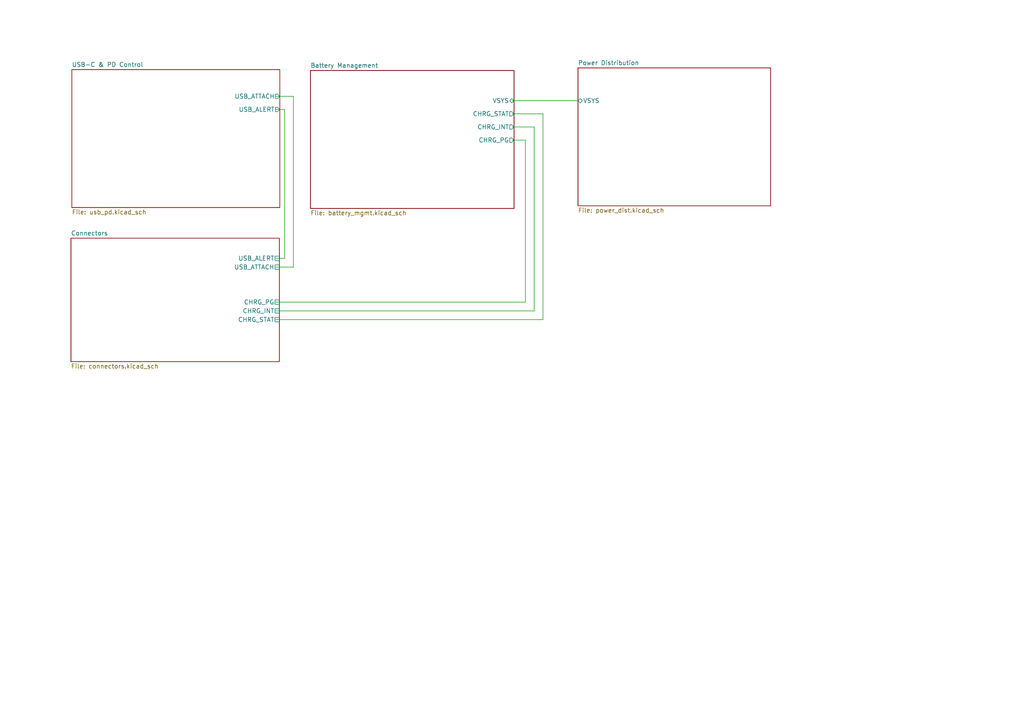
<source format=kicad_sch>
(kicad_sch
	(version 20231120)
	(generator "eeschema")
	(generator_version "8.0")
	(uuid "3777f582-7bb9-4901-9083-a30e0a55f963")
	(paper "A4")
	(title_block
		(title "MotionPlay Power Management")
		(date "2024-12-30")
		(rev "1.0")
		(company "Marc O'Cleirigh")
	)
	(lib_symbols)
	(wire
		(pts
			(xy 80.01 74.93) (xy 82.55 74.93)
		)
		(stroke
			(width 0)
			(type default)
		)
		(uuid "09f29263-59bb-40b6-a55d-77308e806c43")
	)
	(wire
		(pts
			(xy 85.09 27.94) (xy 85.09 77.47)
		)
		(stroke
			(width 0)
			(type default)
		)
		(uuid "4e74fb90-eac2-4e62-ba74-6d4e770ddda6")
	)
	(wire
		(pts
			(xy 80.01 77.47) (xy 85.09 77.47)
		)
		(stroke
			(width 0)
			(type default)
		)
		(uuid "4f62a0fc-ec6a-41a3-beb2-2bf764378223")
	)
	(wire
		(pts
			(xy 80.01 92.71) (xy 157.48 92.71)
		)
		(stroke
			(width 0)
			(type default)
		)
		(uuid "58db02de-f9de-45ef-be3f-2e369f3b0571")
	)
	(wire
		(pts
			(xy 148.59 33.02) (xy 157.48 33.02)
		)
		(stroke
			(width 0)
			(type default)
		)
		(uuid "6b5d9996-f9f6-4605-9624-9c0a4d0e6039")
	)
	(wire
		(pts
			(xy 148.59 40.64) (xy 152.4 40.64)
		)
		(stroke
			(width 0)
			(type default)
		)
		(uuid "70cb0521-35a6-4c5c-8f08-cfb369ec84fb")
	)
	(wire
		(pts
			(xy 82.55 31.75) (xy 82.55 74.93)
		)
		(stroke
			(width 0)
			(type default)
		)
		(uuid "8e34e012-f42c-42b9-81e0-1d15c0e9b11d")
	)
	(wire
		(pts
			(xy 80.01 31.75) (xy 82.55 31.75)
		)
		(stroke
			(width 0)
			(type default)
		)
		(uuid "918f07fc-be78-40ad-b1e4-15cc806789f0")
	)
	(wire
		(pts
			(xy 152.4 40.64) (xy 152.4 87.63)
		)
		(stroke
			(width 0)
			(type default)
		)
		(uuid "aecd8159-86e9-4e18-98e0-d87eb1c7b020")
	)
	(wire
		(pts
			(xy 154.94 36.83) (xy 154.94 90.17)
		)
		(stroke
			(width 0)
			(type default)
		)
		(uuid "b2f07bff-286e-4e73-8487-83629b6f5fc8")
	)
	(wire
		(pts
			(xy 80.01 90.17) (xy 154.94 90.17)
		)
		(stroke
			(width 0)
			(type default)
		)
		(uuid "b305e4e5-2f2f-459c-a611-ac8e8fbfeb98")
	)
	(wire
		(pts
			(xy 80.01 27.94) (xy 85.09 27.94)
		)
		(stroke
			(width 0)
			(type default)
		)
		(uuid "c06f1a63-eaeb-40aa-87fe-0285232c4733")
	)
	(wire
		(pts
			(xy 148.59 36.83) (xy 154.94 36.83)
		)
		(stroke
			(width 0)
			(type default)
		)
		(uuid "d7c8c470-5849-4a1d-8f64-233561c23564")
	)
	(wire
		(pts
			(xy 157.48 33.02) (xy 157.48 92.71)
		)
		(stroke
			(width 0)
			(type default)
		)
		(uuid "da072c74-75eb-4762-a1f8-489061509959")
	)
	(wire
		(pts
			(xy 80.01 87.63) (xy 152.4 87.63)
		)
		(stroke
			(width 0)
			(type default)
		)
		(uuid "de00b688-e3c2-4ad3-a999-e36a5badbdc6")
	)
	(wire
		(pts
			(xy 148.59 29.21) (xy 167.64 29.21)
		)
		(stroke
			(width 0)
			(type default)
		)
		(uuid "ed829313-412b-45ae-9dfe-7679f8c1ee93")
	)
	(sheet
		(at 20.828 20.193)
		(size 60.325 40.005)
		(fields_autoplaced yes)
		(stroke
			(width 0.1524)
			(type solid)
		)
		(fill
			(color 0 0 0 0.0000)
		)
		(uuid "232b579c-87ba-4c5b-9aa1-09aed85ee107")
		(property "Sheetname" "USB-C & PD Control"
			(at 20.828 19.4814 0)
			(effects
				(font
					(size 1.27 1.27)
				)
				(justify left bottom)
			)
		)
		(property "Sheetfile" "usb_pd.kicad_sch"
			(at 20.828 60.7826 0)
			(effects
				(font
					(size 1.27 1.27)
				)
				(justify left top)
			)
		)
		(pin "USB_ATTACH" output
			(at 81.153 27.94 0)
			(effects
				(font
					(size 1.27 1.27)
				)
				(justify right)
			)
			(uuid "05509a9f-93d7-437e-947f-6885885a8d26")
		)
		(pin "USB_ALERT" output
			(at 81.153 31.75 0)
			(effects
				(font
					(size 1.27 1.27)
				)
				(justify right)
			)
			(uuid "6b29cb98-08f0-4662-9f1e-7493c74af4cc")
		)
		(instances
			(project "motion-play-power"
				(path "/3777f582-7bb9-4901-9083-a30e0a55f963"
					(page "2")
				)
			)
		)
	)
	(sheet
		(at 90.043 20.447)
		(size 59.055 40.005)
		(fields_autoplaced yes)
		(stroke
			(width 0.1524)
			(type solid)
		)
		(fill
			(color 0 0 0 0.0000)
		)
		(uuid "3665ea08-45a3-44d1-9743-015100a3d17a")
		(property "Sheetname" "Battery Management"
			(at 90.043 19.7354 0)
			(effects
				(font
					(size 1.27 1.27)
				)
				(justify left bottom)
			)
		)
		(property "Sheetfile" "battery_mgmt.kicad_sch"
			(at 90.043 61.0366 0)
			(effects
				(font
					(size 1.27 1.27)
				)
				(justify left top)
			)
		)
		(pin "VSYS" bidirectional
			(at 149.098 29.21 0)
			(effects
				(font
					(size 1.27 1.27)
				)
				(justify right)
			)
			(uuid "b3a56981-3471-477e-a679-c6aedfd8ec87")
		)
		(pin "CHRG_STAT" output
			(at 149.098 33.02 0)
			(effects
				(font
					(size 1.27 1.27)
				)
				(justify right)
			)
			(uuid "7f9d9ba7-c4f9-41c0-8dfe-afbf8359eb04")
		)
		(pin "CHRG_INT" output
			(at 149.098 36.83 0)
			(effects
				(font
					(size 1.27 1.27)
				)
				(justify right)
			)
			(uuid "216b31c6-27e6-4f2f-8193-4aa46a69bfc9")
		)
		(pin "CHRG_PG" output
			(at 149.098 40.64 0)
			(effects
				(font
					(size 1.27 1.27)
				)
				(justify right)
			)
			(uuid "6a76f6c3-fb23-47e9-a68d-5f34f0b65462")
		)
		(instances
			(project "motion-play-power"
				(path "/3777f582-7bb9-4901-9083-a30e0a55f963"
					(page "3")
				)
			)
		)
	)
	(sheet
		(at 20.574 69.088)
		(size 60.452 35.814)
		(fields_autoplaced yes)
		(stroke
			(width 0.1524)
			(type solid)
		)
		(fill
			(color 0 0 0 0.0000)
		)
		(uuid "cfb7bda4-9ac9-4371-88c4-47da031cf9ba")
		(property "Sheetname" "Connectors"
			(at 20.574 68.3764 0)
			(effects
				(font
					(size 1.27 1.27)
				)
				(justify left bottom)
			)
		)
		(property "Sheetfile" "connectors.kicad_sch"
			(at 20.574 105.4866 0)
			(effects
				(font
					(size 1.27 1.27)
				)
				(justify left top)
			)
		)
		(pin "USB_ATTACH" passive
			(at 81.026 77.47 0)
			(effects
				(font
					(size 1.27 1.27)
				)
				(justify right)
			)
			(uuid "edd82dda-1e54-4cc1-af11-32ca6648dc8e")
		)
		(pin "USB_ALERT" passive
			(at 81.026 74.93 0)
			(effects
				(font
					(size 1.27 1.27)
				)
				(justify right)
			)
			(uuid "8ce0f168-c71f-458f-b6d4-7943a03ecb7b")
		)
		(pin "CHRG_STAT" passive
			(at 81.026 92.71 0)
			(effects
				(font
					(size 1.27 1.27)
				)
				(justify right)
			)
			(uuid "85b04103-24c0-4831-ac19-665a5379491f")
		)
		(pin "CHRG_INT" passive
			(at 81.026 90.17 0)
			(effects
				(font
					(size 1.27 1.27)
				)
				(justify right)
			)
			(uuid "8ebd92c7-6be0-4ab5-99ea-d750bce99e07")
		)
		(pin "CHRG_PG" passive
			(at 81.026 87.63 0)
			(effects
				(font
					(size 1.27 1.27)
				)
				(justify right)
			)
			(uuid "cf6f332e-9004-434d-aca7-fdecc8c207fa")
		)
		(instances
			(project "motion-play-power"
				(path "/3777f582-7bb9-4901-9083-a30e0a55f963"
					(page "5")
				)
			)
		)
	)
	(sheet
		(at 167.64 19.685)
		(size 55.88 40.005)
		(fields_autoplaced yes)
		(stroke
			(width 0.1524)
			(type solid)
		)
		(fill
			(color 0 0 0 0.0000)
		)
		(uuid "f3e2583c-7920-4fd3-91d2-83ab021a262e")
		(property "Sheetname" "Power Distribution"
			(at 167.64 18.9734 0)
			(effects
				(font
					(size 1.27 1.27)
				)
				(justify left bottom)
			)
		)
		(property "Sheetfile" "power_dist.kicad_sch"
			(at 167.64 60.2746 0)
			(effects
				(font
					(size 1.27 1.27)
				)
				(justify left top)
			)
		)
		(pin "VSYS" bidirectional
			(at 167.64 29.21 180)
			(effects
				(font
					(size 1.27 1.27)
				)
				(justify left)
			)
			(uuid "e2707ccd-def8-42db-acad-83745403c19f")
		)
		(instances
			(project "motion-play-power"
				(path "/3777f582-7bb9-4901-9083-a30e0a55f963"
					(page "4")
				)
			)
		)
	)
	(sheet_instances
		(path "/"
			(page "1")
		)
	)
)

</source>
